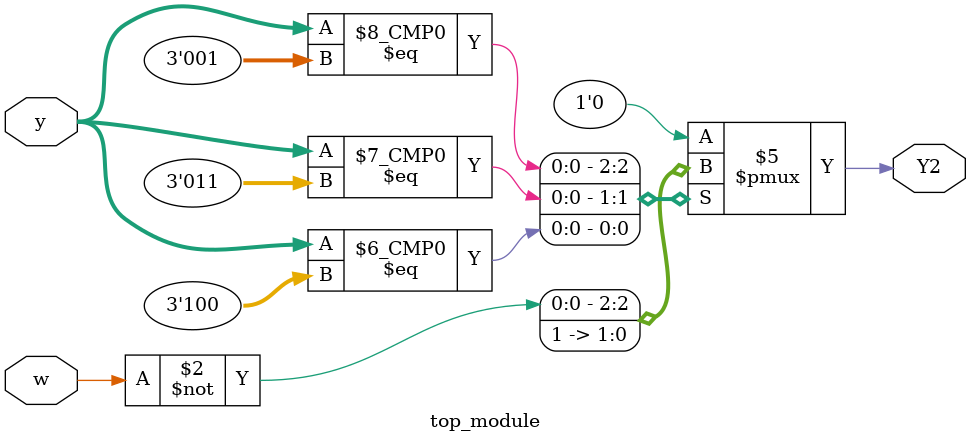
<source format=sv>
module top_module(
    input [3:1] y,
    input w,
    output reg Y2);

    always @(*) begin
        case (y)
            3'b000: Y2 = 0; // State A
            3'b001: Y2 = ~w; // State B, transitions to C (next-state 010) or D (next-state 011)
            3'b010: Y2 = 0; // State C
            3'b011: Y2 = 1; // State D
            3'b100: Y2 = 1; // State E
            3'b101: Y2 = 0; // State F
            default: Y2 = 0; // Default case to handle any unexpected state
        endcase
    end
endmodule

</source>
